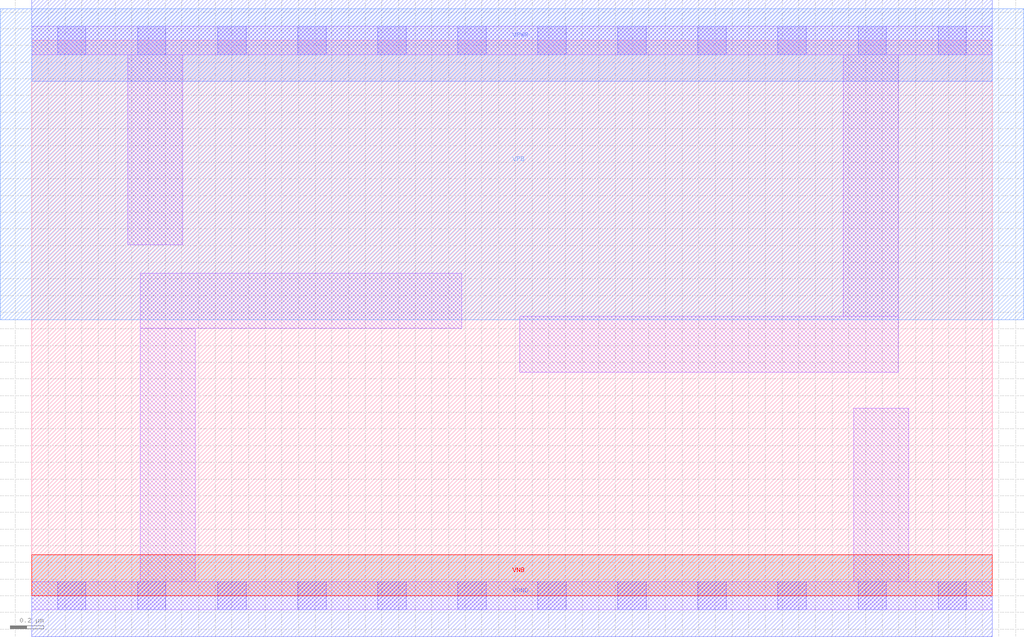
<source format=lef>
# Copyright 2020 The SkyWater PDK Authors
#
# Licensed under the Apache License, Version 2.0 (the "License");
# you may not use this file except in compliance with the License.
# You may obtain a copy of the License at
#
#     https://www.apache.org/licenses/LICENSE-2.0
#
# Unless required by applicable law or agreed to in writing, software
# distributed under the License is distributed on an "AS IS" BASIS,
# WITHOUT WARRANTIES OR CONDITIONS OF ANY KIND, either express or implied.
# See the License for the specific language governing permissions and
# limitations under the License.
#
# SPDX-License-Identifier: Apache-2.0

VERSION 5.7 ;
  NOWIREEXTENSIONATPIN ON ;
  DIVIDERCHAR "/" ;
  BUSBITCHARS "[]" ;
MACRO sky130_fd_sc_lp__decap_12
  CLASS CORE SPACER ;
  FOREIGN sky130_fd_sc_lp__decap_12 ;
  ORIGIN  0.000000  0.000000 ;
  SIZE  5.760000 BY  3.330000 ;
  SYMMETRY X Y R90 ;
  SITE unit ;
  PIN VNB
    PORT
      LAYER pwell ;
        RECT 0.000000 0.000000 5.760000 0.245000 ;
    END
  END VNB
  PIN VPB
    PORT
      LAYER nwell ;
        RECT -0.190000 1.655000 5.950000 3.520000 ;
    END
  END VPB
  PIN VGND
    DIRECTION INOUT ;
    USE GROUND ;
    PORT
      LAYER met1 ;
        RECT 0.000000 -0.245000 5.760000 0.245000 ;
    END
  END VGND
  PIN VPWR
    DIRECTION INOUT ;
    USE POWER ;
    PORT
      LAYER met1 ;
        RECT 0.000000 3.085000 5.760000 3.575000 ;
    END
  END VPWR
  OBS
    LAYER li1 ;
      RECT 0.000000 -0.085000 5.760000 0.085000 ;
      RECT 0.000000  3.245000 5.760000 3.415000 ;
      RECT 0.575000  2.105000 0.905000 3.245000 ;
      RECT 0.650000  0.085000 0.980000 1.605000 ;
      RECT 0.650000  1.605000 2.580000 1.935000 ;
      RECT 2.925000  1.340000 5.195000 1.675000 ;
      RECT 4.865000  1.675000 5.195000 3.245000 ;
      RECT 4.930000  0.085000 5.260000 1.125000 ;
    LAYER mcon ;
      RECT 0.155000 -0.085000 0.325000 0.085000 ;
      RECT 0.155000  3.245000 0.325000 3.415000 ;
      RECT 0.635000 -0.085000 0.805000 0.085000 ;
      RECT 0.635000  3.245000 0.805000 3.415000 ;
      RECT 1.115000 -0.085000 1.285000 0.085000 ;
      RECT 1.115000  3.245000 1.285000 3.415000 ;
      RECT 1.595000 -0.085000 1.765000 0.085000 ;
      RECT 1.595000  3.245000 1.765000 3.415000 ;
      RECT 2.075000 -0.085000 2.245000 0.085000 ;
      RECT 2.075000  3.245000 2.245000 3.415000 ;
      RECT 2.555000 -0.085000 2.725000 0.085000 ;
      RECT 2.555000  3.245000 2.725000 3.415000 ;
      RECT 3.035000 -0.085000 3.205000 0.085000 ;
      RECT 3.035000  3.245000 3.205000 3.415000 ;
      RECT 3.515000 -0.085000 3.685000 0.085000 ;
      RECT 3.515000  3.245000 3.685000 3.415000 ;
      RECT 3.995000 -0.085000 4.165000 0.085000 ;
      RECT 3.995000  3.245000 4.165000 3.415000 ;
      RECT 4.475000 -0.085000 4.645000 0.085000 ;
      RECT 4.475000  3.245000 4.645000 3.415000 ;
      RECT 4.955000 -0.085000 5.125000 0.085000 ;
      RECT 4.955000  3.245000 5.125000 3.415000 ;
      RECT 5.435000 -0.085000 5.605000 0.085000 ;
      RECT 5.435000  3.245000 5.605000 3.415000 ;
  END
END sky130_fd_sc_lp__decap_12
END LIBRARY

</source>
